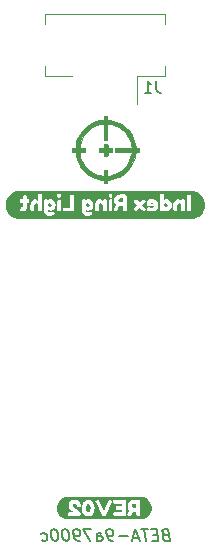
<source format=gbo>
G04 #@! TF.GenerationSoftware,KiCad,Pcbnew,5.1.9+dfsg1-1~bpo10+1*
G04 #@! TF.CreationDate,2021-05-21T19:00:22+00:00*
G04 #@! TF.ProjectId,ringLight,72696e67-4c69-4676-9874-2e6b69636164,rev?*
G04 #@! TF.SameCoordinates,Original*
G04 #@! TF.FileFunction,Legend,Bot*
G04 #@! TF.FilePolarity,Positive*
%FSLAX46Y46*%
G04 Gerber Fmt 4.6, Leading zero omitted, Abs format (unit mm)*
G04 Created by KiCad (PCBNEW 5.1.9+dfsg1-1~bpo10+1) date 2021-05-21 19:00:22*
%MOMM*%
%LPD*%
G01*
G04 APERTURE LIST*
%ADD10C,0.150000*%
%ADD11C,0.100000*%
%ADD12C,0.120000*%
%ADD13C,0.010000*%
G04 APERTURE END LIST*
D10*
X5155937Y-15728571D02*
X5019032Y-15776190D01*
X4977366Y-15823809D01*
X4941651Y-15919047D01*
X4959508Y-16061904D01*
X5019032Y-16157142D01*
X5072604Y-16204761D01*
X5173794Y-16252380D01*
X5554747Y-16252380D01*
X5429747Y-15252380D01*
X5096413Y-15252380D01*
X5007127Y-15300000D01*
X4965461Y-15347619D01*
X4929747Y-15442857D01*
X4941651Y-15538095D01*
X5001175Y-15633333D01*
X5054747Y-15680952D01*
X5155937Y-15728571D01*
X5489270Y-15728571D01*
X4489270Y-15728571D02*
X4155937Y-15728571D01*
X4078556Y-16252380D02*
X4554747Y-16252380D01*
X4429747Y-15252380D01*
X3953556Y-15252380D01*
X3667842Y-15252380D02*
X3096413Y-15252380D01*
X3507127Y-16252380D02*
X3382127Y-15252380D01*
X2899985Y-15966666D02*
X2423794Y-15966666D01*
X3030937Y-16252380D02*
X2572604Y-15252380D01*
X2364270Y-16252380D01*
X1983318Y-15871428D02*
X1221413Y-15871428D01*
X745223Y-16252380D02*
X554747Y-16252380D01*
X453556Y-16204761D01*
X399985Y-16157142D01*
X286889Y-16014285D01*
X215461Y-15823809D01*
X167842Y-15442857D01*
X203556Y-15347619D01*
X245223Y-15300000D01*
X334508Y-15252380D01*
X524985Y-15252380D01*
X626175Y-15300000D01*
X679747Y-15347619D01*
X739270Y-15442857D01*
X769032Y-15680952D01*
X733318Y-15776190D01*
X691651Y-15823809D01*
X602366Y-15871428D01*
X411889Y-15871428D01*
X310699Y-15823809D01*
X257127Y-15776190D01*
X197604Y-15680952D01*
X-588110Y-16252380D02*
X-653586Y-15728571D01*
X-617872Y-15633333D01*
X-528586Y-15585714D01*
X-338110Y-15585714D01*
X-236919Y-15633333D01*
X-594062Y-16204761D02*
X-492872Y-16252380D01*
X-254776Y-16252380D01*
X-165491Y-16204761D01*
X-129776Y-16109523D01*
X-141681Y-16014285D01*
X-201205Y-15919047D01*
X-302395Y-15871428D01*
X-540491Y-15871428D01*
X-641681Y-15823809D01*
X-1094062Y-15252380D02*
X-1760729Y-15252380D01*
X-1207157Y-16252380D01*
X-2064300Y-16252380D02*
X-2254776Y-16252380D01*
X-2355967Y-16204761D01*
X-2409538Y-16157142D01*
X-2522633Y-16014285D01*
X-2594062Y-15823809D01*
X-2641681Y-15442857D01*
X-2605967Y-15347619D01*
X-2564300Y-15300000D01*
X-2475014Y-15252380D01*
X-2284538Y-15252380D01*
X-2183348Y-15300000D01*
X-2129776Y-15347619D01*
X-2070252Y-15442857D01*
X-2040491Y-15680952D01*
X-2076205Y-15776190D01*
X-2117872Y-15823809D01*
X-2207157Y-15871428D01*
X-2397633Y-15871428D01*
X-2498824Y-15823809D01*
X-2552395Y-15776190D01*
X-2611919Y-15680952D01*
X-3284538Y-15252380D02*
X-3379776Y-15252380D01*
X-3469062Y-15300000D01*
X-3510729Y-15347619D01*
X-3546443Y-15442857D01*
X-3570252Y-15633333D01*
X-3540491Y-15871428D01*
X-3469062Y-16061904D01*
X-3409538Y-16157142D01*
X-3355967Y-16204761D01*
X-3254776Y-16252380D01*
X-3159538Y-16252380D01*
X-3070252Y-16204761D01*
X-3028586Y-16157142D01*
X-2992872Y-16061904D01*
X-2969062Y-15871428D01*
X-2998824Y-15633333D01*
X-3070252Y-15442857D01*
X-3129776Y-15347619D01*
X-3183348Y-15300000D01*
X-3284538Y-15252380D01*
X-4236919Y-15252380D02*
X-4332157Y-15252380D01*
X-4421443Y-15300000D01*
X-4463110Y-15347619D01*
X-4498824Y-15442857D01*
X-4522633Y-15633333D01*
X-4492872Y-15871428D01*
X-4421443Y-16061904D01*
X-4361919Y-16157142D01*
X-4308348Y-16204761D01*
X-4207157Y-16252380D01*
X-4111919Y-16252380D01*
X-4022633Y-16204761D01*
X-3980967Y-16157142D01*
X-3945252Y-16061904D01*
X-3921443Y-15871428D01*
X-3951205Y-15633333D01*
X-4022633Y-15442857D01*
X-4082157Y-15347619D01*
X-4135729Y-15300000D01*
X-4236919Y-15252380D01*
X-5308348Y-16204761D02*
X-5207157Y-16252380D01*
X-5016681Y-16252380D01*
X-4927395Y-16204761D01*
X-4885729Y-16157142D01*
X-4850014Y-16061904D01*
X-4885729Y-15776190D01*
X-4945252Y-15680952D01*
X-4998824Y-15633333D01*
X-5100014Y-15585714D01*
X-5290491Y-15585714D01*
X-5379776Y-15633333D01*
D11*
G36*
X3061335Y-12499880D02*
G01*
X2891790Y-12758960D01*
X2480310Y-12758960D01*
X2369608Y-12772507D01*
X2261023Y-12813147D01*
X2154555Y-12880880D01*
X2085023Y-12950412D01*
X2028825Y-13040900D01*
X1991678Y-13147580D01*
X1979295Y-13265690D01*
X1995170Y-13400733D01*
X1859280Y-13985780D01*
X1859280Y-12926600D01*
X1823085Y-12794202D01*
X1685925Y-12758960D01*
X935355Y-12758960D01*
X869633Y-12761817D01*
X819150Y-12779915D01*
X663416Y-12838017D01*
X579120Y-12779915D01*
X482918Y-12747530D01*
X432435Y-12755150D01*
X400050Y-12781820D01*
X368618Y-12832302D01*
X343138Y-12885642D01*
X295275Y-12990417D01*
X234077Y-13124958D01*
X168593Y-13267595D01*
X102870Y-13410232D01*
X40958Y-13544773D01*
X-5953Y-13646452D01*
X-26670Y-13690505D01*
X-407670Y-12856115D01*
X-434340Y-12798965D01*
X-518160Y-12747530D01*
X-630555Y-12779915D01*
X-714851Y-12838017D01*
X-742950Y-12901835D01*
X-714375Y-12993275D01*
X-911304Y-13011611D01*
X-963930Y-12919932D01*
X-1030367Y-12848971D01*
X-1119187Y-12790392D01*
X-1227058Y-12751102D01*
X-1350645Y-12738005D01*
X-1473756Y-12750864D01*
X-1580197Y-12789440D01*
X-1667827Y-12847066D01*
X-1734502Y-12917075D01*
X-1785223Y-12999942D01*
X-1824990Y-13096145D01*
X-1856740Y-13212773D01*
X-1875790Y-13334058D01*
X-1882140Y-13460000D01*
X-1872853Y-13623473D01*
X-1844992Y-13769086D01*
X-1798558Y-13896840D01*
X-1995249Y-13888863D01*
X-2048827Y-13798138D01*
X-2127647Y-13717651D01*
X-2221230Y-13649548D01*
X-2322195Y-13588111D01*
X-2423160Y-13527628D01*
X-2516743Y-13463572D01*
X-2595562Y-13391420D01*
X-2649141Y-13312839D01*
X-2667000Y-13229495D01*
X-2653665Y-13180917D01*
X-2624137Y-13129482D01*
X-2573655Y-13092335D01*
X-2478405Y-13075190D01*
X-2372677Y-13119957D01*
X-2322195Y-13208540D01*
X-2314575Y-13252355D01*
X-2314575Y-13263785D01*
X-2311717Y-13326650D01*
X-2293620Y-13374275D01*
X-2242185Y-13408565D01*
X-2145030Y-13419995D01*
X-2038826Y-13401897D01*
X-1986915Y-13347605D01*
X-1977390Y-13250450D01*
X-1993159Y-13122921D01*
X-2040467Y-13004493D01*
X-2119312Y-12895167D01*
X-2223664Y-12807855D01*
X-2347489Y-12755467D01*
X-2490787Y-12738005D01*
X-2634192Y-12755679D01*
X-2758334Y-12808702D01*
X-2863215Y-12897072D01*
X-2942590Y-13008092D01*
X-2990215Y-13129059D01*
X-3006090Y-13259975D01*
X-2994184Y-13365702D01*
X-2958465Y-13465715D01*
X-2906077Y-13553345D01*
X-2844165Y-13621925D01*
X-2710815Y-13727176D01*
X-2592705Y-13791470D01*
X-2545080Y-13810520D01*
X-2545080Y-13820045D01*
X-2893695Y-13820045D01*
X-3005137Y-13838143D01*
X-3049905Y-13893388D01*
X-3061335Y-13990543D01*
X-3048952Y-14086745D01*
X-3007995Y-14136275D01*
X-2889885Y-14159135D01*
X-2145030Y-14159135D01*
X-2026920Y-14107700D01*
X-1977390Y-13987685D01*
X-1995249Y-13888863D01*
X-1798558Y-13896840D01*
X-1733550Y-14006735D01*
X-1667589Y-14076268D01*
X-1580197Y-14132465D01*
X-1474232Y-14169613D01*
X-1352550Y-14181995D01*
X-1230392Y-14169374D01*
X-1122997Y-14131513D01*
X-1033939Y-14075077D01*
X-966787Y-14006735D01*
X-915591Y-13925296D01*
X-874395Y-13829570D01*
X-843703Y-13715482D01*
X-825288Y-13591657D01*
X-819150Y-13458095D01*
X-824124Y-13337233D01*
X-839047Y-13228648D01*
X-863917Y-13132340D01*
X-911304Y-13011611D01*
X-714375Y-12993275D01*
X-188595Y-14060075D01*
X-124777Y-14127703D01*
X-36195Y-14153420D01*
X-17145Y-14153420D01*
X73343Y-14127703D01*
X137160Y-14060075D01*
X662940Y-12993275D01*
X691515Y-12901835D01*
X663416Y-12838017D01*
X819150Y-12779915D01*
X780574Y-12830397D01*
X767715Y-12928505D01*
X785336Y-13034232D01*
X838200Y-13084715D01*
X937260Y-13096145D01*
X1522095Y-13096145D01*
X1522095Y-13288550D01*
X1144905Y-13288550D01*
X1079183Y-13291407D01*
X1028700Y-13309505D01*
X990124Y-13359987D01*
X977265Y-13458095D01*
X995363Y-13563823D01*
X1049655Y-13614305D01*
X1148715Y-13625735D01*
X1522095Y-13625735D01*
X1522095Y-13818140D01*
X935355Y-13818140D01*
X869633Y-13820998D01*
X819150Y-13839095D01*
X780574Y-13889578D01*
X767715Y-13987685D01*
X785336Y-14093413D01*
X838200Y-14143895D01*
X937260Y-14155325D01*
X1691640Y-14155325D01*
X1797368Y-14137228D01*
X1847850Y-14082935D01*
X1859280Y-13985780D01*
X1995170Y-13400733D01*
X2042795Y-13518843D01*
X2122170Y-13620020D01*
X2089150Y-13698125D01*
X2045970Y-13797820D01*
X1992630Y-13919105D01*
X1964055Y-14018165D01*
X1993583Y-14084840D01*
X2082165Y-14140085D01*
X2180273Y-14166755D01*
X2241233Y-14148658D01*
X2276475Y-14111510D01*
X2301452Y-14057112D01*
X2350982Y-13942177D01*
X2425065Y-13766705D01*
X2484120Y-13770515D01*
X2724150Y-13770515D01*
X2724150Y-13985780D01*
X2727008Y-14051503D01*
X2745105Y-14101985D01*
X2795588Y-14140561D01*
X2893695Y-14153420D01*
X2999423Y-14135799D01*
X3049905Y-14082935D01*
X3061335Y-13983875D01*
X3061335Y-12926600D01*
X3058478Y-12860877D01*
X3040380Y-12810395D01*
X2989898Y-12771819D01*
X2891790Y-12758960D01*
X3061335Y-12499880D01*
X3061494Y-12499880D01*
X3155602Y-12504503D01*
X3248804Y-12518328D01*
X3340202Y-12541222D01*
X3428916Y-12572965D01*
X3514091Y-12613250D01*
X3594908Y-12661689D01*
X3670587Y-12717817D01*
X3740401Y-12781093D01*
X3803677Y-12850906D01*
X3859804Y-12926586D01*
X3908244Y-13007403D01*
X3948529Y-13092578D01*
X3980271Y-13181292D01*
X4003165Y-13272690D01*
X4016991Y-13365892D01*
X4021614Y-13460000D01*
X4016991Y-13554108D01*
X4003165Y-13647310D01*
X3980271Y-13738708D01*
X3948529Y-13827422D01*
X3908244Y-13912597D01*
X3859804Y-13993414D01*
X3803677Y-14069094D01*
X3740401Y-14138907D01*
X3670587Y-14202183D01*
X3594908Y-14258311D01*
X3514091Y-14306750D01*
X3428916Y-14347035D01*
X3340202Y-14378778D01*
X3248804Y-14401672D01*
X3155602Y-14415497D01*
X3061494Y-14420120D01*
X3061335Y-14420120D01*
X-3061335Y-14420120D01*
X-3061494Y-14420120D01*
X-3155602Y-14415497D01*
X-3248804Y-14401672D01*
X-3340202Y-14378778D01*
X-3428916Y-14347035D01*
X-3514091Y-14306750D01*
X-3594908Y-14258311D01*
X-3670587Y-14202183D01*
X-3740401Y-14138907D01*
X-3803677Y-14069094D01*
X-3859804Y-13993414D01*
X-3908244Y-13912597D01*
X-3948529Y-13827422D01*
X-3980271Y-13738708D01*
X-4003165Y-13647310D01*
X-4016991Y-13554108D01*
X-4021614Y-13460000D01*
X-4016991Y-13365892D01*
X-4003165Y-13272690D01*
X-3980271Y-13181292D01*
X-3948529Y-13092578D01*
X-3908244Y-13007403D01*
X-3859804Y-12926586D01*
X-3803677Y-12850906D01*
X-3740401Y-12781093D01*
X-3670587Y-12717817D01*
X-3594908Y-12661689D01*
X-3514091Y-12613250D01*
X-3428916Y-12572965D01*
X-3340202Y-12541222D01*
X-3248804Y-12518328D01*
X-3155602Y-12504503D01*
X-3061494Y-12499880D01*
X-3061335Y-12499880D01*
X3061335Y-12499880D01*
G37*
G36*
X-1348740Y-13842905D02*
G01*
X-1434584Y-13819569D01*
X-1495901Y-13749560D01*
X-1532692Y-13632879D01*
X-1544955Y-13469525D01*
X-1544955Y-13458095D01*
X-1532811Y-13290574D01*
X-1496377Y-13170916D01*
X-1435656Y-13099122D01*
X-1350645Y-13075190D01*
X-1265634Y-13099181D01*
X-1204912Y-13171154D01*
X-1168479Y-13291110D01*
X-1156335Y-13459047D01*
X-1168360Y-13626985D01*
X-1204436Y-13746941D01*
X-1264563Y-13818914D01*
X-1348740Y-13842905D01*
G37*
G36*
X2724150Y-13433330D02*
G01*
X2480310Y-13433330D01*
X2369820Y-13391420D01*
X2314575Y-13265690D01*
X2369820Y-13139007D01*
X2484120Y-13096145D01*
X2724150Y-13096145D01*
X2724150Y-13433330D01*
G37*
G36*
X7338525Y13390625D02*
G01*
X7338525Y12908660D01*
X7335668Y12974383D01*
X7317570Y13024865D01*
X7267088Y13063441D01*
X7168980Y13076300D01*
X7062776Y13058679D01*
X7010865Y13005815D01*
X7001340Y12906755D01*
X6290775Y12683870D01*
X6170866Y12667678D01*
X6065138Y12619100D01*
X5973593Y12538138D01*
X5903213Y12433892D01*
X5650483Y12425743D01*
X5571638Y12531470D01*
X5473953Y12615078D01*
X5370131Y12665243D01*
X5260170Y12681965D01*
X5134916Y12658153D01*
X5041095Y12586715D01*
X5041095Y12986765D01*
X5038238Y13052488D01*
X5021093Y13102018D01*
X4970610Y13141070D01*
X4874408Y13152500D01*
X4778205Y13141070D01*
X4727723Y13101065D01*
X4710578Y13050583D01*
X4707720Y12984860D01*
X4428638Y12560998D01*
X4316560Y12640902D01*
X4187338Y12688844D01*
X4040970Y12704825D01*
X3917383Y12693157D01*
X3811418Y12658153D01*
X3723073Y12599812D01*
X3652350Y12518135D01*
X3603773Y12414551D01*
X3587580Y12301918D01*
X3602106Y12200000D01*
X3645683Y12128562D01*
X3774270Y12072365D01*
X4225755Y12072365D01*
X4162890Y11982830D01*
X4037160Y11946635D01*
X3938576Y11952350D01*
X3863805Y11969495D01*
X3842850Y11977115D01*
X3766650Y11998070D01*
X3442800Y11969495D01*
X3231345Y12182855D01*
X3442800Y12396215D01*
X3511380Y12513373D01*
X3441848Y12630530D01*
X3325643Y12699110D01*
X3210390Y12630530D01*
X2998935Y12417170D01*
X2789385Y12630530D01*
X2673180Y12699110D01*
X2556975Y12630530D01*
X2488395Y12513373D01*
X2556975Y12396215D01*
X2768430Y12182855D01*
X2556975Y11969495D01*
X1901655Y11851385D01*
X1901655Y12908660D01*
X1898798Y12974383D01*
X1880700Y13024865D01*
X1830218Y13063441D01*
X1732110Y13076300D01*
X1320630Y13076300D01*
X1209928Y13062753D01*
X1101343Y13022113D01*
X994875Y12954380D01*
X925343Y12884848D01*
X869145Y12794360D01*
X831998Y12687680D01*
X819615Y12569570D01*
X835490Y12434527D01*
X883115Y12316417D01*
X962490Y12215240D01*
X929470Y12137135D01*
X886290Y12037440D01*
X832950Y11916155D01*
X699600Y12516230D01*
X696743Y12581953D01*
X680550Y12632435D01*
X630068Y12669583D01*
X531960Y12681965D01*
X402420Y12649580D01*
X368130Y12567665D01*
X366225Y12512420D01*
X213825Y12523850D01*
X210968Y12587668D01*
X192870Y12636245D01*
X142864Y12671964D01*
X46185Y12683870D01*
X-47636Y12672916D01*
X-96690Y12640055D01*
X-115740Y12561950D01*
X-150030Y12600050D01*
X-201465Y12640055D01*
X-344340Y12683870D01*
X-464249Y12667678D01*
X-569977Y12619100D01*
X-661522Y12538138D01*
X-731902Y12433892D01*
X-774129Y12315464D01*
X-788205Y12182855D01*
X-788205Y11847575D01*
X-1144440Y11775185D01*
X-1050142Y11856147D01*
X-973413Y11958700D01*
X-927376Y12072047D01*
X-912030Y12196190D01*
X-927482Y12320438D01*
X-973837Y12434103D01*
X-1051095Y12537185D01*
X-1146768Y12618677D01*
X-1248368Y12667572D01*
X-1355895Y12683870D01*
X-1474005Y12660058D01*
X-1547347Y12616243D01*
X-1578780Y12579095D01*
X-1617832Y12660058D01*
X-1725465Y12687680D01*
X-1834050Y12676250D01*
X-1882627Y12637198D01*
X-1899772Y12588620D01*
X-1902630Y12523850D01*
X-2536995Y11849480D01*
X-2536995Y12908660D01*
X-2539852Y12974383D01*
X-2557950Y13024865D01*
X-2608432Y13063441D01*
X-2706540Y13076300D01*
X-2812744Y13058679D01*
X-2864655Y13005815D01*
X-2874180Y12906755D01*
X-3655230Y12516230D01*
X-3658087Y12581953D01*
X-3674280Y12632435D01*
X-3724762Y12669583D01*
X-3822870Y12681965D01*
X-3952410Y12649580D01*
X-3986700Y12567665D01*
X-3988605Y12512420D01*
X-3988605Y11845670D01*
X-4344840Y11775185D01*
X-4250542Y11856147D01*
X-4173813Y11958700D01*
X-4127776Y12072047D01*
X-4112430Y12196190D01*
X-4127882Y12320438D01*
X-4174237Y12434103D01*
X-4251495Y12537185D01*
X-4347168Y12618677D01*
X-4448768Y12667572D01*
X-4556295Y12683870D01*
X-4674405Y12660058D01*
X-4747747Y12616243D01*
X-4779180Y12579095D01*
X-4818232Y12660058D01*
X-4925865Y12687680D01*
X-5034450Y12676250D01*
X-5083027Y12637198D01*
X-5100172Y12588620D01*
X-5103030Y12523850D01*
X-5103030Y11735180D01*
X-5086097Y11598549D01*
X-5035297Y11480757D01*
X-4950630Y11381802D01*
X-4844797Y11307190D01*
X-4730497Y11262422D01*
X-4607730Y11247500D01*
X-4466284Y11265121D01*
X-4331505Y11317985D01*
X-4232921Y11385136D01*
X-4200060Y11445620D01*
X-4257210Y11577065D01*
X-4313407Y11632310D01*
X-4360080Y11647550D01*
X-4415325Y11624690D01*
X-4510575Y11571826D01*
X-4613445Y11554205D01*
X-4731555Y11611355D01*
X-4777275Y11748515D01*
X-4777275Y11805665D01*
X-4683454Y11734227D01*
X-4546770Y11710415D01*
X-4443582Y11726607D01*
X-4344840Y11775185D01*
X-3988605Y11845670D01*
X-3985747Y11779947D01*
X-3967650Y11729465D01*
X-3918596Y11692317D01*
X-3820965Y11679935D01*
X-3724286Y11692794D01*
X-3674280Y11731370D01*
X-3658087Y11780900D01*
X-3655230Y11847575D01*
X-3655230Y12516230D01*
X-2874180Y12906755D01*
X-2874180Y11961875D01*
X-3392340Y11961875D01*
X-3483780Y11947588D01*
X-3521880Y11902820D01*
X-3531405Y11821857D01*
X-3521880Y11740895D01*
X-3489495Y11698985D01*
X-3390435Y11679935D01*
X-2704635Y11679935D01*
X-2598907Y11698032D01*
X-2548425Y11752325D01*
X-2536995Y11849480D01*
X-1902630Y12523850D01*
X-1902630Y11735180D01*
X-1885697Y11598549D01*
X-1834897Y11480757D01*
X-1750230Y11381802D01*
X-1644397Y11307190D01*
X-1530097Y11262422D01*
X-1407330Y11247500D01*
X-1265884Y11265121D01*
X-1131105Y11317985D01*
X-1032521Y11385136D01*
X-999660Y11445620D01*
X-1056810Y11577065D01*
X-1113007Y11632310D01*
X-1159680Y11647550D01*
X-1214925Y11624690D01*
X-1310175Y11571826D01*
X-1413045Y11554205D01*
X-1531155Y11611355D01*
X-1576875Y11748515D01*
X-1576875Y11805665D01*
X-1483054Y11734227D01*
X-1346370Y11710415D01*
X-1243182Y11726607D01*
X-1144440Y11775185D01*
X-788205Y11847575D01*
X-785347Y11781852D01*
X-769155Y11733275D01*
X-718672Y11694699D01*
X-620565Y11681840D01*
X-513885Y11699461D01*
X-464355Y11752325D01*
X-452925Y11849480D01*
X-452925Y12184760D01*
X-408157Y12306680D01*
X-288142Y12350495D01*
X-166222Y12304775D01*
X-119550Y12184760D01*
X-119550Y11847575D01*
X-116692Y11781852D01*
X-98595Y11733275D01*
X-49541Y11694699D01*
X48090Y11681840D01*
X144769Y11694699D01*
X194775Y11733275D01*
X210968Y11783757D01*
X213825Y11849480D01*
X213825Y12523850D01*
X366225Y12512420D01*
X366225Y11845670D01*
X369083Y11779947D01*
X387180Y11729465D01*
X436234Y11692317D01*
X533865Y11679935D01*
X630544Y11692794D01*
X680550Y11731370D01*
X696743Y11780900D01*
X699600Y11847575D01*
X699600Y12516230D01*
X832950Y11916155D01*
X804375Y11817095D01*
X833903Y11750420D01*
X922485Y11695175D01*
X1020593Y11668505D01*
X1081553Y11686603D01*
X1116795Y11723750D01*
X1141772Y11778148D01*
X1191302Y11893083D01*
X1265385Y12068555D01*
X1324440Y12064745D01*
X1564470Y12064745D01*
X1564470Y11849480D01*
X1567328Y11783757D01*
X1585425Y11733275D01*
X1635908Y11694699D01*
X1734015Y11681840D01*
X1839743Y11699461D01*
X1890225Y11752325D01*
X1901655Y11851385D01*
X2556975Y11969495D01*
X2488395Y11852337D01*
X2556975Y11736132D01*
X2673180Y11668505D01*
X2789385Y11737085D01*
X2998935Y11948540D01*
X3210390Y11737085D01*
X3325643Y11668505D01*
X3441848Y11736132D01*
X3511380Y11852337D01*
X3442800Y11969495D01*
X3766650Y11998070D01*
X3661875Y11912345D01*
X3637110Y11824715D01*
X3662470Y11750539D01*
X3738551Y11697556D01*
X3865353Y11665767D01*
X4042875Y11655170D01*
X4175987Y11667314D01*
X4293383Y11703747D01*
X4390776Y11760183D01*
X4463880Y11832335D01*
X4530555Y11939227D01*
X4570560Y12054162D01*
X4583895Y12177140D01*
X4566644Y12326471D01*
X4514892Y12454423D01*
X4428638Y12560998D01*
X4707720Y12984860D01*
X4707720Y11847575D01*
X4710578Y11781852D01*
X4728675Y11733275D01*
X4783206Y11694699D01*
X4889648Y11681840D01*
X4992756Y11705176D01*
X5037285Y11775185D01*
X5133011Y11706605D01*
X5260170Y11683745D01*
X5371083Y11700361D01*
X5475223Y11750208D01*
X5572590Y11833287D01*
X5650907Y11938486D01*
X5697897Y12054691D01*
X5713560Y12181902D01*
X5697791Y12309220D01*
X5650483Y12425743D01*
X5903213Y12433892D01*
X5860986Y12315464D01*
X5846910Y12182855D01*
X5846910Y11847575D01*
X5849768Y11781852D01*
X5865960Y11733275D01*
X5916443Y11694699D01*
X6014550Y11681840D01*
X6121230Y11699461D01*
X6170760Y11752325D01*
X6182190Y11849480D01*
X6182190Y12184760D01*
X6226958Y12306680D01*
X6346973Y12350495D01*
X6468893Y12304775D01*
X6515565Y12184760D01*
X6515565Y11847575D01*
X6518423Y11781852D01*
X6536520Y11733275D01*
X6585574Y11694699D01*
X6683205Y11681840D01*
X6779884Y11694699D01*
X6829890Y11733275D01*
X6846083Y11783757D01*
X6848940Y11849480D01*
X6848940Y12523850D01*
X6846083Y12587668D01*
X6827985Y12636245D01*
X6777979Y12671964D01*
X6681300Y12683870D01*
X6587479Y12672916D01*
X6538425Y12640055D01*
X6519375Y12561950D01*
X6485085Y12600050D01*
X6433650Y12640055D01*
X6290775Y12683870D01*
X7001340Y12906755D01*
X7001340Y11847575D01*
X7004198Y11780900D01*
X7022295Y11731370D01*
X7072778Y11692794D01*
X7170885Y11679935D01*
X7276613Y11698032D01*
X7327095Y11752325D01*
X7338525Y11849480D01*
X7338525Y12908660D01*
X7338525Y13390625D01*
X7338684Y13390625D01*
X7455385Y13384892D01*
X7570963Y13367747D01*
X7684304Y13339357D01*
X7794316Y13299994D01*
X7899940Y13250037D01*
X8000160Y13189968D01*
X8094008Y13120366D01*
X8180583Y13041899D01*
X8259049Y12955324D01*
X8328652Y12861476D01*
X8388721Y12761257D01*
X8438678Y12655632D01*
X8478041Y12545620D01*
X8506431Y12432279D01*
X8523576Y12316702D01*
X8529309Y12200000D01*
X8523576Y12083298D01*
X8506431Y11967721D01*
X8478041Y11854380D01*
X8438678Y11744368D01*
X8388721Y11638743D01*
X8328652Y11538524D01*
X8259049Y11444676D01*
X8180583Y11358101D01*
X8094008Y11279634D01*
X8000160Y11210032D01*
X7899940Y11149963D01*
X7794316Y11100006D01*
X7684304Y11060643D01*
X7570963Y11032253D01*
X7455385Y11015108D01*
X7338684Y11009375D01*
X7338525Y11009375D01*
X-7158525Y11009375D01*
X-6255555Y12180950D01*
X-6255555Y11845670D01*
X-6252697Y11779947D01*
X-6234600Y11729465D01*
X-6185546Y11692317D01*
X-6087915Y11679935D01*
X-5993617Y11692317D01*
X-5943135Y11729465D01*
X-5925037Y11780900D01*
X-5922180Y11849480D01*
X-5922180Y12182855D01*
X-5878365Y12304775D01*
X-5766922Y12348590D01*
X-5647860Y12307633D01*
X-5588805Y12215240D01*
X-5588805Y11845670D01*
X-5585947Y11779947D01*
X-5567850Y11729465D01*
X-5518796Y11692317D01*
X-5421165Y11679935D01*
X-5324486Y11692794D01*
X-5274480Y11731370D01*
X-5258287Y11780900D01*
X-5255430Y11847575D01*
X-5255430Y12986765D01*
X-5258287Y13052488D01*
X-5274480Y13101065D01*
X-5324962Y13139641D01*
X-5423070Y13152500D01*
X-5519272Y13139641D01*
X-5567850Y13101065D01*
X-5585947Y13050583D01*
X-5588805Y12984860D01*
X-5588805Y12563855D01*
X-5692151Y12651009D01*
X-5811690Y12680060D01*
X-5931599Y12663973D01*
X-6037327Y12615713D01*
X-6128872Y12535280D01*
X-6199252Y12431563D01*
X-6241479Y12313453D01*
X-6255555Y12180950D01*
X-7158525Y11009375D01*
X-7158684Y11009375D01*
X-7093755Y11748991D01*
X-7053750Y11698985D01*
X-7003267Y11682792D01*
X-6939450Y11679935D01*
X-6817953Y11689883D01*
X-6717623Y11719728D01*
X-6638460Y11769470D01*
X-6581310Y11842918D01*
X-6547020Y11943883D01*
X-6535590Y12072365D01*
X-6535590Y12354305D01*
X-6457485Y12348590D01*
X-6387952Y12380975D01*
X-6360330Y12491465D01*
X-6369855Y12604813D01*
X-6396525Y12655295D01*
X-6472725Y12680060D01*
X-6535590Y12672440D01*
X-6535590Y12868655D01*
X-6538447Y12933425D01*
X-6556545Y12979145D01*
X-6605599Y13014864D01*
X-6703230Y13026770D01*
X-6806576Y13009149D01*
X-6857535Y12956285D01*
X-6867060Y12859130D01*
X-6867060Y12672440D01*
X-6993742Y12680060D01*
X-7058512Y12677203D01*
X-7108995Y12659105D01*
X-7146142Y12610051D01*
X-7158525Y12512420D01*
X-7145666Y12415741D01*
X-7107090Y12365735D01*
X-7056607Y12349543D01*
X-6990885Y12346685D01*
X-6867060Y12354305D01*
X-6867060Y12091415D01*
X-6883252Y12017120D01*
X-6944212Y11994260D01*
X-7012792Y11991402D01*
X-7063275Y11973305D01*
X-7107090Y11845670D01*
X-7093755Y11748991D01*
X-7158684Y11009375D01*
X-7275385Y11015108D01*
X-7390963Y11032253D01*
X-7504304Y11060643D01*
X-7614316Y11100006D01*
X-7719940Y11149962D01*
X-7820160Y11210031D01*
X-7914008Y11279634D01*
X-8000583Y11358101D01*
X-8079049Y11444675D01*
X-8148652Y11538524D01*
X-8208721Y11638743D01*
X-8258678Y11744368D01*
X-8298041Y11854380D01*
X-8326431Y11967721D01*
X-8343576Y12083298D01*
X-8349309Y12200000D01*
X-8343576Y12316702D01*
X-8326431Y12432279D01*
X-8298041Y12545620D01*
X-8258678Y12655632D01*
X-8208721Y12761257D01*
X-8148652Y12861476D01*
X-8079049Y12955325D01*
X-8000583Y13041899D01*
X-7914008Y13120366D01*
X-7820160Y13189969D01*
X435758Y13139641D01*
X387180Y13101065D01*
X-3674280Y13101065D01*
X-3724762Y13139641D01*
X-3822870Y13152500D01*
X-3919072Y13139641D01*
X-3967650Y13101065D01*
X-3985747Y13050583D01*
X-3988605Y12984860D01*
X-3985747Y12919138D01*
X-3968602Y12869608D01*
X-3918120Y12830555D01*
X-3821917Y12819125D01*
X-3725715Y12830555D01*
X-3675232Y12870560D01*
X-3658087Y12921043D01*
X-3655230Y12986765D01*
X-3658087Y13052488D01*
X-3674280Y13101065D01*
X387180Y13101065D01*
X369083Y13050583D01*
X366225Y12984860D01*
X369083Y12919138D01*
X386228Y12869608D01*
X436710Y12830555D01*
X532913Y12819125D01*
X629115Y12830555D01*
X679598Y12870560D01*
X696743Y12921043D01*
X699600Y12986765D01*
X696743Y13052488D01*
X680550Y13101065D01*
X630068Y13139641D01*
X531960Y13152500D01*
X435758Y13139641D01*
X-7820160Y13189969D01*
X-7719940Y13250038D01*
X-7614316Y13299994D01*
X-7504304Y13339357D01*
X-7390963Y13367747D01*
X-7275385Y13384892D01*
X-7158684Y13390625D01*
X-7158525Y13390625D01*
X7338525Y13390625D01*
G37*
G36*
X1564470Y12401930D02*
G01*
X1320630Y12401930D01*
X1210140Y12443840D01*
X1154895Y12569570D01*
X1210140Y12696253D01*
X1324440Y12739115D01*
X1564470Y12739115D01*
X1564470Y12401930D01*
G37*
G36*
X5330655Y12066650D02*
G01*
X5210640Y12015215D01*
X5093483Y12066650D01*
X5046810Y12179997D01*
X5091578Y12295250D01*
X5212545Y12348590D01*
X5334465Y12296203D01*
X5380185Y12180950D01*
X5330655Y12066650D01*
G37*
G36*
X-4438185Y12195237D02*
G01*
X-4486762Y12083795D01*
X-4604872Y12034265D01*
X-4720125Y12084747D01*
X-4765845Y12195237D01*
X-4722030Y12307633D01*
X-4603920Y12360020D01*
X-4483905Y12308585D01*
X-4438185Y12195237D01*
G37*
G36*
X-1237785Y12195237D02*
G01*
X-1286362Y12083795D01*
X-1404472Y12034265D01*
X-1519725Y12084747D01*
X-1565445Y12195237D01*
X-1521630Y12307633D01*
X-1403520Y12360020D01*
X-1283505Y12308585D01*
X-1237785Y12195237D01*
G37*
G36*
X3989535Y12245720D02*
G01*
X3917145Y12306680D01*
X3950483Y12377165D01*
X4045733Y12403835D01*
X4168605Y12353353D01*
X4229565Y12245720D01*
X3989535Y12245720D01*
G37*
D12*
X5115000Y23980000D02*
X5115000Y23130000D01*
X5115000Y23130000D02*
X2790000Y23130000D01*
X2790000Y23130000D02*
X2790000Y20740000D01*
X-5055000Y23980000D02*
X-5055000Y23130000D01*
X-5055000Y23130000D02*
X-2730000Y23130000D01*
X5115000Y27500000D02*
X5115000Y28350000D01*
X5115000Y28350000D02*
X-5055000Y28350000D01*
X-5055000Y28350000D02*
X-5055000Y27500000D01*
D13*
G36*
X-49333Y19413898D02*
G01*
X-143869Y19404212D01*
X-402960Y19363539D01*
X-658270Y19294972D01*
X-909979Y19198460D01*
X-1030055Y19141950D01*
X-1172674Y19066349D01*
X-1299534Y18988738D01*
X-1417813Y18903871D01*
X-1534691Y18806508D01*
X-1657345Y18691403D01*
X-1686554Y18662443D01*
X-1806386Y18537492D01*
X-1907294Y18419938D01*
X-1994522Y18302602D01*
X-2073312Y18178306D01*
X-2148909Y18039870D01*
X-2166061Y18005945D01*
X-2276061Y17755908D01*
X-2358089Y17502356D01*
X-2412199Y17245109D01*
X-2428323Y17119759D01*
X-2438008Y17025222D01*
X-2730444Y17025222D01*
X-2730444Y16700667D01*
X-2437399Y16700667D01*
X-2427535Y16605417D01*
X-2387659Y16348991D01*
X-2321477Y16098967D01*
X-2228236Y15852792D01*
X-2166061Y15719945D01*
X-2090460Y15577326D01*
X-2012848Y15450466D01*
X-1927982Y15332187D01*
X-1830619Y15215309D01*
X-1715514Y15092655D01*
X-1686554Y15063446D01*
X-1561603Y14943614D01*
X-1444049Y14842706D01*
X-1326713Y14755478D01*
X-1202416Y14676688D01*
X-1063980Y14601091D01*
X-1030055Y14583939D01*
X-780019Y14473939D01*
X-526466Y14391911D01*
X-269220Y14337801D01*
X-143869Y14321677D01*
X-49333Y14311992D01*
X-49333Y14019556D01*
X275222Y14019556D01*
X275222Y14311992D01*
X369759Y14321677D01*
X628849Y14362351D01*
X884160Y14430917D01*
X1135868Y14527430D01*
X1255945Y14583939D01*
X1398563Y14659540D01*
X1525423Y14737152D01*
X1643702Y14822018D01*
X1760580Y14919381D01*
X1883235Y15034486D01*
X1912443Y15063446D01*
X2032275Y15188397D01*
X2133183Y15305951D01*
X2220411Y15423287D01*
X2299202Y15547584D01*
X2374798Y15686020D01*
X2391950Y15719945D01*
X2501950Y15969981D01*
X2583979Y16223534D01*
X2638088Y16480780D01*
X2654212Y16606131D01*
X2663898Y16700667D01*
X2956333Y16700667D01*
X2956333Y17025222D01*
X2663898Y17025222D01*
X2325231Y17025222D01*
X910222Y17025222D01*
X910222Y16700667D01*
X2325231Y16700667D01*
X2315524Y16605417D01*
X2279639Y16385687D01*
X2217594Y16165433D01*
X2131111Y15948525D01*
X2021907Y15738835D01*
X1891704Y15540234D01*
X1779801Y15399142D01*
X1626596Y15241179D01*
X1451950Y15096623D01*
X1260543Y14968196D01*
X1057055Y14858617D01*
X846165Y14770610D01*
X632554Y14706894D01*
X563468Y14691898D01*
X490237Y14677671D01*
X437880Y14668075D01*
X399620Y14662090D01*
X368682Y14658697D01*
X338287Y14656875D01*
X328139Y14656477D01*
X275222Y14654556D01*
X275222Y15148445D01*
X-49333Y15148445D01*
X-49333Y14650658D01*
X-144583Y14660365D01*
X-363298Y14696117D01*
X-582090Y14757665D01*
X-796909Y14842886D01*
X-1003706Y14949657D01*
X-1198431Y15075854D01*
X-1377033Y15219355D01*
X-1535463Y15378036D01*
X-1553912Y15399142D01*
X-1698922Y15586730D01*
X-1824237Y15788349D01*
X-1928139Y16000127D01*
X-2008907Y16218192D01*
X-2064824Y16438674D01*
X-2089635Y16605417D01*
X-2099342Y16700667D01*
X-1601555Y16700667D01*
X-1601555Y17025222D01*
X-2099342Y17025222D01*
X-2089635Y17120472D01*
X-2053749Y17340202D01*
X-1991705Y17560456D01*
X-1905222Y17777364D01*
X-1796018Y17987054D01*
X-1665814Y18185655D01*
X-1553912Y18326747D01*
X-1398331Y18487203D01*
X-1222063Y18632747D01*
X-1029159Y18761257D01*
X-823669Y18870609D01*
X-609643Y18958681D01*
X-391131Y19023349D01*
X-172182Y19062491D01*
X-144583Y19065524D01*
X-49333Y19075231D01*
X-49333Y17660222D01*
X275222Y17660222D01*
X275222Y19075231D01*
X370472Y19065524D01*
X589187Y19029772D01*
X807979Y18968224D01*
X1022798Y18883003D01*
X1229595Y18776233D01*
X1424320Y18650035D01*
X1602922Y18506534D01*
X1761352Y18347853D01*
X1779801Y18326747D01*
X1924811Y18139159D01*
X2050126Y17937540D01*
X2154028Y17725762D01*
X2234796Y17507697D01*
X2290713Y17287216D01*
X2315524Y17120472D01*
X2325231Y17025222D01*
X2663898Y17025222D01*
X2654212Y17119759D01*
X2613539Y17378849D01*
X2544972Y17634160D01*
X2448460Y17885868D01*
X2391950Y18005945D01*
X2316349Y18148563D01*
X2238738Y18275423D01*
X2153871Y18393702D01*
X2056508Y18510580D01*
X1941403Y18633235D01*
X1912443Y18662443D01*
X1787492Y18782275D01*
X1669938Y18883183D01*
X1552602Y18970411D01*
X1428306Y19049202D01*
X1289870Y19124798D01*
X1255945Y19141950D01*
X1005908Y19251950D01*
X752356Y19333979D01*
X495109Y19388088D01*
X369759Y19404212D01*
X275222Y19413898D01*
X275222Y19706333D01*
X-49333Y19706333D01*
X-49333Y19413898D01*
G37*
X-49333Y19413898D02*
X-143869Y19404212D01*
X-402960Y19363539D01*
X-658270Y19294972D01*
X-909979Y19198460D01*
X-1030055Y19141950D01*
X-1172674Y19066349D01*
X-1299534Y18988738D01*
X-1417813Y18903871D01*
X-1534691Y18806508D01*
X-1657345Y18691403D01*
X-1686554Y18662443D01*
X-1806386Y18537492D01*
X-1907294Y18419938D01*
X-1994522Y18302602D01*
X-2073312Y18178306D01*
X-2148909Y18039870D01*
X-2166061Y18005945D01*
X-2276061Y17755908D01*
X-2358089Y17502356D01*
X-2412199Y17245109D01*
X-2428323Y17119759D01*
X-2438008Y17025222D01*
X-2730444Y17025222D01*
X-2730444Y16700667D01*
X-2437399Y16700667D01*
X-2427535Y16605417D01*
X-2387659Y16348991D01*
X-2321477Y16098967D01*
X-2228236Y15852792D01*
X-2166061Y15719945D01*
X-2090460Y15577326D01*
X-2012848Y15450466D01*
X-1927982Y15332187D01*
X-1830619Y15215309D01*
X-1715514Y15092655D01*
X-1686554Y15063446D01*
X-1561603Y14943614D01*
X-1444049Y14842706D01*
X-1326713Y14755478D01*
X-1202416Y14676688D01*
X-1063980Y14601091D01*
X-1030055Y14583939D01*
X-780019Y14473939D01*
X-526466Y14391911D01*
X-269220Y14337801D01*
X-143869Y14321677D01*
X-49333Y14311992D01*
X-49333Y14019556D01*
X275222Y14019556D01*
X275222Y14311992D01*
X369759Y14321677D01*
X628849Y14362351D01*
X884160Y14430917D01*
X1135868Y14527430D01*
X1255945Y14583939D01*
X1398563Y14659540D01*
X1525423Y14737152D01*
X1643702Y14822018D01*
X1760580Y14919381D01*
X1883235Y15034486D01*
X1912443Y15063446D01*
X2032275Y15188397D01*
X2133183Y15305951D01*
X2220411Y15423287D01*
X2299202Y15547584D01*
X2374798Y15686020D01*
X2391950Y15719945D01*
X2501950Y15969981D01*
X2583979Y16223534D01*
X2638088Y16480780D01*
X2654212Y16606131D01*
X2663898Y16700667D01*
X2956333Y16700667D01*
X2956333Y17025222D01*
X2663898Y17025222D01*
X2325231Y17025222D01*
X910222Y17025222D01*
X910222Y16700667D01*
X2325231Y16700667D01*
X2315524Y16605417D01*
X2279639Y16385687D01*
X2217594Y16165433D01*
X2131111Y15948525D01*
X2021907Y15738835D01*
X1891704Y15540234D01*
X1779801Y15399142D01*
X1626596Y15241179D01*
X1451950Y15096623D01*
X1260543Y14968196D01*
X1057055Y14858617D01*
X846165Y14770610D01*
X632554Y14706894D01*
X563468Y14691898D01*
X490237Y14677671D01*
X437880Y14668075D01*
X399620Y14662090D01*
X368682Y14658697D01*
X338287Y14656875D01*
X328139Y14656477D01*
X275222Y14654556D01*
X275222Y15148445D01*
X-49333Y15148445D01*
X-49333Y14650658D01*
X-144583Y14660365D01*
X-363298Y14696117D01*
X-582090Y14757665D01*
X-796909Y14842886D01*
X-1003706Y14949657D01*
X-1198431Y15075854D01*
X-1377033Y15219355D01*
X-1535463Y15378036D01*
X-1553912Y15399142D01*
X-1698922Y15586730D01*
X-1824237Y15788349D01*
X-1928139Y16000127D01*
X-2008907Y16218192D01*
X-2064824Y16438674D01*
X-2089635Y16605417D01*
X-2099342Y16700667D01*
X-1601555Y16700667D01*
X-1601555Y17025222D01*
X-2099342Y17025222D01*
X-2089635Y17120472D01*
X-2053749Y17340202D01*
X-1991705Y17560456D01*
X-1905222Y17777364D01*
X-1796018Y17987054D01*
X-1665814Y18185655D01*
X-1553912Y18326747D01*
X-1398331Y18487203D01*
X-1222063Y18632747D01*
X-1029159Y18761257D01*
X-823669Y18870609D01*
X-609643Y18958681D01*
X-391131Y19023349D01*
X-172182Y19062491D01*
X-144583Y19065524D01*
X-49333Y19075231D01*
X-49333Y17660222D01*
X275222Y17660222D01*
X275222Y19075231D01*
X370472Y19065524D01*
X589187Y19029772D01*
X807979Y18968224D01*
X1022798Y18883003D01*
X1229595Y18776233D01*
X1424320Y18650035D01*
X1602922Y18506534D01*
X1761352Y18347853D01*
X1779801Y18326747D01*
X1924811Y18139159D01*
X2050126Y17937540D01*
X2154028Y17725762D01*
X2234796Y17507697D01*
X2290713Y17287216D01*
X2315524Y17120472D01*
X2325231Y17025222D01*
X2663898Y17025222D01*
X2654212Y17119759D01*
X2613539Y17378849D01*
X2544972Y17634160D01*
X2448460Y17885868D01*
X2391950Y18005945D01*
X2316349Y18148563D01*
X2238738Y18275423D01*
X2153871Y18393702D01*
X2056508Y18510580D01*
X1941403Y18633235D01*
X1912443Y18662443D01*
X1787492Y18782275D01*
X1669938Y18883183D01*
X1552602Y18970411D01*
X1428306Y19049202D01*
X1289870Y19124798D01*
X1255945Y19141950D01*
X1005908Y19251950D01*
X752356Y19333979D01*
X495109Y19388088D01*
X369759Y19404212D01*
X275222Y19413898D01*
X275222Y19706333D01*
X-49333Y19706333D01*
X-49333Y19413898D01*
G36*
X-52439Y17212195D02*
G01*
X-56389Y17032278D01*
X-236305Y17028329D01*
X-416222Y17024379D01*
X-416222Y16701510D01*
X-236305Y16697561D01*
X-56389Y16693611D01*
X-52439Y16513695D01*
X-48490Y16333778D01*
X274379Y16333778D01*
X278329Y16513695D01*
X282278Y16693611D01*
X462195Y16697561D01*
X642111Y16701510D01*
X642111Y17024379D01*
X462195Y17028329D01*
X282278Y17032278D01*
X278329Y17212195D01*
X274379Y17392111D01*
X-48490Y17392111D01*
X-52439Y17212195D01*
G37*
X-52439Y17212195D02*
X-56389Y17032278D01*
X-236305Y17028329D01*
X-416222Y17024379D01*
X-416222Y16701510D01*
X-236305Y16697561D01*
X-56389Y16693611D01*
X-52439Y16513695D01*
X-48490Y16333778D01*
X274379Y16333778D01*
X278329Y16513695D01*
X282278Y16693611D01*
X462195Y16697561D01*
X642111Y16701510D01*
X642111Y17024379D01*
X462195Y17028329D01*
X282278Y17032278D01*
X278329Y17212195D01*
X274379Y17392111D01*
X-48490Y17392111D01*
X-52439Y17212195D01*
D10*
X4413333Y22687619D02*
X4413333Y21973333D01*
X4460952Y21830476D01*
X4556190Y21735238D01*
X4699047Y21687619D01*
X4794285Y21687619D01*
X3413333Y21687619D02*
X3984761Y21687619D01*
X3699047Y21687619D02*
X3699047Y22687619D01*
X3794285Y22544761D01*
X3889523Y22449523D01*
X3984761Y22401904D01*
M02*

</source>
